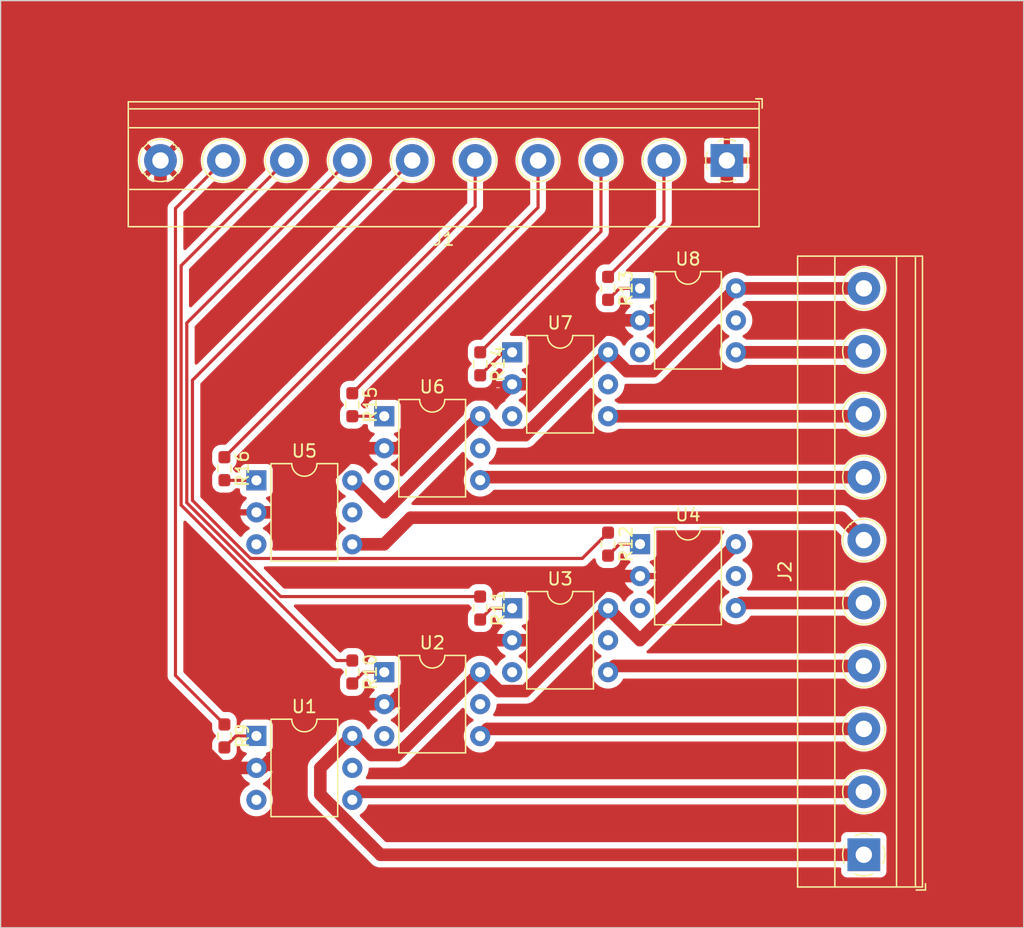
<source format=kicad_pcb>
(kicad_pcb (version 20221018) (generator pcbnew)
  (layers (0 "F.Cu" signal) (31 "B.Cu" signal) (34 "B.Paste" user) (35 "F.Paste" user) (36 "B.SilkS" user "B.Silkscreen") (37 "F.SilkS" user "F.Silkscreen") (38 "B.Mask" user) (39 "F.Mask" user) (44 "Edge.Cuts" user))
  (net 0 "")
  (net 1 "/enable_A")
  (net 2 "/enable_B")
  (net 3 "/enable_C")
  (net 4 "/enable_D")
  (net 5 "/enable_E")
  (net 6 "/enable_F")
  (net 7 "/enable_G")
  (net 8 "/enable_H")
  (net 9 "GND")
  (net 10 "/hs")
  (net 11 "/ls_A")
  (net 12 "/ls_B")
  (net 13 "/ls_C")
  (net 14 "/ls_D")
  (net 15 "/ls_E")
  (net 16 "/ls_F")
  (net 17 "/ls_G")
  (net 18 "/ls_H")
  (net 19 "Net-(R9-Pad2)")
  (net 20 "Net-(R10-Pad2)")
  (net 21 "Net-(R11-Pad2)")
  (net 22 "Net-(R12-Pad2)")
  (net 23 "Net-(R13-Pad2)")
  (net 24 "Net-(R14-Pad2)")
  (net 25 "Net-(R15-Pad2)")
  (net 26 "Net-(R16-Pad2)")
  (footprint "Package_DIP:DIP-6_W7.62mm" (layer "F.Cu") (at 53.34 40.64)
    (fp_text reference "U7" (at 3.81 -2.33) (layer "F.SilkS"))
    (fp_text value "4N25")
    (fp_line (start 1.16 -1.33) (end 1.16 6.41) (stroke (width 0.12)) (layer "F.SilkS"))
    (fp_line (start 1.16 6.41) (end 6.46 6.41) (stroke (width 0.12)) (layer "F.SilkS"))
    (fp_line (start 2.81 -1.33) (end 1.16 -1.33) (stroke (width 0.12)) (layer "F.SilkS"))
    (fp_line (start 6.46 -1.33) (end 4.81 -1.33) (stroke (width 0.12)) (layer "F.SilkS"))
    (fp_line (start 6.46 6.41) (end 6.46 -1.33) (stroke (width 0.12)) (layer "F.SilkS"))
    (fp_arc (start 4.81 -1.33) (mid 3.81 -0.33) (end 2.81 -1.33) (stroke (width 0.12)) (layer "F.SilkS"))
    (pad "1" thru_hole rect (at 0 0) (size 1.6 1.6) (drill 0.8) (layers "*.Cu" "*.Mask") (net 24 "Net-(R14-Pad2)"))
    (pad "2" thru_hole oval (at 0 2.54) (size 1.6 1.6) (drill 0.8) (layers "*.Cu" "*.Mask") (net 9 "GND"))
    (pad "3" thru_hole oval (at 0 5.08) (size 1.6 1.6) (drill 0.8) (layers "*.Cu" "*.Mask"))
    (pad "4" thru_hole oval (at 7.62 5.08) (size 1.6 1.6) (drill 0.8) (layers "*.Cu" "*.Mask") (net 17 "/ls_G"))
    (pad "5" thru_hole oval (at 7.62 2.54) (size 1.6 1.6) (drill 0.8) (layers "*.Cu" "*.Mask"))
    (pad "6" thru_hole oval (at 7.62 0) (size 1.6 1.6) (drill 0.8) (layers "*.Cu" "*.Mask") (net 10 "/hs"))
  )
  (footprint "Package_DIP:DIP-6_W7.62mm" (layer "F.Cu") (at 33.02 50.815)
    (fp_text reference "U5" (at 3.81 -2.33) (layer "F.SilkS"))
    (fp_text value "4N25")
    (fp_line (start 1.16 -1.33) (end 1.16 6.41) (stroke (width 0.12)) (layer "F.SilkS"))
    (fp_line (start 1.16 6.41) (end 6.46 6.41) (stroke (width 0.12)) (layer "F.SilkS"))
    (fp_line (start 2.81 -1.33) (end 1.16 -1.33) (stroke (width 0.12)) (layer "F.SilkS"))
    (fp_line (start 6.46 -1.33) (end 4.81 -1.33) (stroke (width 0.12)) (layer "F.SilkS"))
    (fp_line (start 6.46 6.41) (end 6.46 -1.33) (stroke (width 0.12)) (layer "F.SilkS"))
    (fp_arc (start 4.81 -1.33) (mid 3.81 -0.33) (end 2.81 -1.33) (stroke (width 0.12)) (layer "F.SilkS"))
    (pad "1" thru_hole rect (at 0 0) (size 1.6 1.6) (drill 0.8) (layers "*.Cu" "*.Mask") (net 26 "Net-(R16-Pad2)"))
    (pad "2" thru_hole oval (at 0 2.54) (size 1.6 1.6) (drill 0.8) (layers "*.Cu" "*.Mask") (net 9 "GND"))
    (pad "3" thru_hole oval (at 0 5.08) (size 1.6 1.6) (drill 0.8) (layers "*.Cu" "*.Mask"))
    (pad "4" thru_hole oval (at 7.62 5.08) (size 1.6 1.6) (drill 0.8) (layers "*.Cu" "*.Mask") (net 15 "/ls_E"))
    (pad "5" thru_hole oval (at 7.62 2.54) (size 1.6 1.6) (drill 0.8) (layers "*.Cu" "*.Mask"))
    (pad "6" thru_hole oval (at 7.62 0) (size 1.6 1.6) (drill 0.8) (layers "*.Cu" "*.Mask") (net 10 "/hs"))
  )
  (footprint "TerminalBlock_Phoenix:TerminalBlock_Phoenix_MKDS-1,5-10_1x10_P5.00mm_Horizontal" (layer "F.Cu") (at 81.28 80.56 90)
    (fp_text reference "J2" (at 22.5 -6.26 90) (layer "F.SilkS"))
    (fp_text value "Conn_01x10_Socket")
    (fp_line (start -2.8 4.16) (end -2.8 4.9) (stroke (width 0.12)) (layer "F.SilkS"))
    (fp_line (start -2.8 4.9) (end -2.3 4.9) (stroke (width 0.12)) (layer "F.SilkS"))
    (fp_line (start -2.56 -5.261) (end -2.56 4.66) (stroke (width 0.12)) (layer "F.SilkS"))
    (fp_line (start -2.56 -5.261) (end 47.56 -5.261) (stroke (width 0.12)) (layer "F.SilkS"))
    (fp_line (start -2.56 -2.301) (end 47.56 -2.301) (stroke (width 0.12)) (layer "F.SilkS"))
    (fp_line (start -2.56 2.6) (end 47.56 2.6) (stroke (width 0.12)) (layer "F.SilkS"))
    (fp_line (start -2.56 4.1) (end 47.56 4.1) (stroke (width 0.12)) (layer "F.SilkS"))
    (fp_line (start -2.56 4.66) (end 47.56 4.66) (stroke (width 0.12)) (layer "F.SilkS"))
    (fp_line (start 3.773 1.023) (end 3.726 1.069) (stroke (width 0.12)) (layer "F.SilkS"))
    (fp_line (start 3.966 1.239) (end 3.931 1.274) (stroke (width 0.12)) (layer "F.SilkS"))
    (fp_line (start 6.07 -1.275) (end 6.035 -1.239) (stroke (width 0.12)) (layer "F.SilkS"))
    (fp_line (start 6.275 -1.069) (end 6.228 -1.023) (stroke (width 0.12)) (layer "F.SilkS"))
    (fp_line (start 8.773 1.023) (end 8.726 1.069) (stroke (width 0.12)) (layer "F.SilkS"))
    (fp_line (start 8.966 1.239) (end 8.931 1.274) (stroke (width 0.12)) (layer "F.SilkS"))
    (fp_line (start 11.07 -1.275) (end 11.035 -1.239) (stroke (width 0.12)) (layer "F.SilkS"))
    (fp_line (start 11.275 -1.069) (end 11.228 -1.023) (stroke (width 0.12)) (layer "F.SilkS"))
    (fp_line (start 13.773 1.023) (end 13.726 1.069) (stroke (width 0.12)) (layer "F.SilkS"))
    (fp_line (start 13.966 1.239) (end 13.931 1.274) (stroke (width 0.12)) (layer "F.SilkS"))
    (fp_line (start 16.07 -1.275) (end 16.035 -1.239) (stroke (width 0.12)) (layer "F.SilkS"))
    (fp_line (start 16.275 -1.069) (end 16.228 -1.023) (stroke (width 0.12)) (layer "F.SilkS"))
    (fp_line (start 18.773 1.023) (end 18.726 1.069) (stroke (width 0.12)) (layer "F.SilkS"))
    (fp_line (start 18.966 1.239) (end 18.931 1.274) (stroke (width 0.12)) (layer "F.SilkS"))
    (fp_line (start 21.07 -1.275) (end 21.035 -1.239) (stroke (width 0.12)) (layer "F.SilkS"))
    (fp_line (start 21.275 -1.069) (end 21.228 -1.023) (stroke (width 0.12)) (layer "F.SilkS"))
    (fp_line (start 23.773 1.023) (end 23.726 1.069) (stroke (width 0.12)) (layer "F.SilkS"))
    (fp_line (start 23.966 1.239) (end 23.931 1.274) (stroke (width 0.12)) (layer "F.SilkS"))
    (fp_line (start 26.07 -1.275) (end 26.035 -1.239) (stroke (width 0.12)) (layer "F.SilkS"))
    (fp_line (start 26.275 -1.069) (end 26.228 -1.023) (stroke (width 0.12)) (layer "F.SilkS"))
    (fp_line (start 28.773 1.023) (end 28.726 1.069) (stroke (width 0.12)) (layer "F.SilkS"))
    (fp_line (start 28.966 1.239) (end 28.931 1.274) (stroke (width 0.12)) (layer "F.SilkS"))
    (fp_line (start 31.07 -1.275) (end 31.035 -1.239) (stroke (width 0.12)) (layer "F.SilkS"))
    (fp_line (start 31.275 -1.069) (end 31.228 -1.023) (stroke (width 0.12)) (layer "F.SilkS"))
    (fp_line (start 33.773 1.023) (end 33.726 1.069) (stroke (width 0.12)) (layer "F.SilkS"))
    (fp_line (start 33.966 1.239) (end 33.931 1.274) (stroke (width 0.12)) (layer "F.SilkS"))
    (fp_line (start 36.07 -1.275) (end 36.035 -1.239) (stroke (width 0.12)) (layer "F.SilkS"))
    (fp_line (start 36.275 -1.069) (end 36.228 -1.023) (stroke (width 0.12)) (layer "F.SilkS"))
    (fp_line (start 38.773 1.023) (end 38.726 1.069) (stroke (width 0.12)) (layer "F.SilkS"))
    (fp_line (start 38.966 1.239) (end 38.931 1.274) (stroke (width 0.12)) (layer "F.SilkS"))
    (fp_line (start 41.07 -1.275) (end 41.035 -1.239) (stroke (width 0.12)) (layer "F.SilkS"))
    (fp_line (start 41.275 -1.069) (end 41.228 -1.023) (stroke (width 0.12)) (layer "F.SilkS"))
    (fp_line (start 43.773 1.023) (end 43.726 1.069) (stroke (width 0.12)) (layer "F.SilkS"))
    (fp_line (start 43.966 1.239) (end 43.931 1.274) (stroke (width 0.12)) (layer "F.SilkS"))
    (fp_line (start 46.07 -1.275) (end 46.035 -1.239) (stroke (width 0.12)) (layer "F.SilkS"))
    (fp_line (start 46.275 -1.069) (end 46.228 -1.023) (stroke (width 0.12)) (layer "F.SilkS"))
    (fp_line (start 47.56 -5.261) (end 47.56 4.66) (stroke (width 0.12)) (layer "F.SilkS"))
    (fp_arc (start -1.535427 0.683042) (mid -1.680501 -0.000524) (end -1.535 -0.684) (stroke (width 0.12)) (layer "F.SilkS"))
    (fp_arc (start -0.683042 -1.535427) (mid 0.000524 -1.680501) (end 0.684 -1.535) (stroke (width 0.12)) (layer "F.SilkS"))
    (fp_arc (start 0.028805 1.680253) (mid -0.335551 1.646659) (end -0.684 1.535) (stroke (width 0.12)) (layer "F.SilkS"))
    (fp_arc (start 0.683318 1.534756) (mid 0.349292 1.643288) (end 0 1.68) (stroke (width 0.12)) (layer "F.SilkS"))
    (fp_arc (start 1.535427 -0.683042) (mid 1.680501 0.000524) (end 1.535 0.684) (stroke (width 0.12)) (layer "F.SilkS"))
    (fp_circle (center 5 0) (end 6.68 0) (stroke (width 0.12)) (fill none) (layer "F.SilkS"))
    (fp_circle (center 10 0) (end 11.68 0) (stroke (width 0.12)) (fill none) (layer "F.SilkS"))
    (fp_circle (center 15 0) (end 16.68 0) (stroke (width 0.12)) (fill none) (layer "F.SilkS"))
    (fp_circle (center 20 0) (end 21.68 0) (stroke (width 0.12)) (fill none) (layer "F.SilkS"))
    (fp_circle (center 25 0) (end 26.68 0) (stroke (width 0.12)) (fill none) (layer "F.SilkS"))
    (fp_circle (center 30 0) (end 31.68 0) (stroke (width 0.12)) (fill none) (layer "F.SilkS"))
    (fp_circle (center 35 0) (end 36.68 0) (stroke (width 0.12)) (fill none) (layer "F.SilkS"))
    (fp_circle (center 40 0) (end 41.68 0) (stroke (width 0.12)) (fill none) (layer "F.SilkS"))
    (fp_circle (center 45 0) (end 46.68 0) (stroke (width 0.12)) (fill none) (layer "F.SilkS"))
    (pad "1" thru_hole rect (at 0 0 90) (size 2.6 2.6) (drill 1.3) (layers "*.Cu" "*.Mask") (net 10 "/hs"))
    (pad "2" thru_hole circle (at 5 0 90) (size 2.6 2.6) (drill 1.3) (layers "*.Cu" "*.Mask") (net 11 "/ls_A"))
    (pad "3" thru_hole circle (at 10 0 90) (size 2.6 2.6) (drill 1.3) (layers "*.Cu" "*.Mask") (net 12 "/ls_B"))
    (pad "4" thru_hole circle (at 15 0 90) (size 2.6 2.6) (drill 1.3) (layers "*.Cu" "*.Mask") (net 13 "/ls_C"))
    (pad "5" thru_hole circle (at 20 0 90) (size 2.6 2.6) (drill 1.3) (layers "*.Cu" "*.Mask") (net 14 "/ls_D"))
    (pad "6" thru_hole circle (at 25 0 90) (size 2.6 2.6) (drill 1.3) (layers "*.Cu" "*.Mask") (net 15 "/ls_E"))
    (pad "7" thru_hole circle (at 30 0 90) (size 2.6 2.6) (drill 1.3) (layers "*.Cu" "*.Mask") (net 16 "/ls_F"))
    (pad "8" thru_hole circle (at 35 0 90) (size 2.6 2.6) (drill 1.3) (layers "*.Cu" "*.Mask") (net 17 "/ls_G"))
    (pad "9" thru_hole circle (at 40 0 90) (size 2.6 2.6) (drill 1.3) (layers "*.Cu" "*.Mask") (net 18 "/ls_H"))
    (pad "10" thru_hole circle (at 45 0 90) (size 2.6 2.6) (drill 1.3) (layers "*.Cu" "*.Mask") (net 10 "/hs"))
  )
  (footprint "Package_DIP:DIP-6_W7.62mm" (layer "F.Cu") (at 63.5 35.56)
    (fp_text reference "U8" (at 3.81 -2.33) (layer "F.SilkS"))
    (fp_text value "4N25")
    (fp_line (start 1.16 -1.33) (end 1.16 6.41) (stroke (width 0.12)) (layer "F.SilkS"))
    (fp_line (start 1.16 6.41) (end 6.46 6.41) (stroke (width 0.12)) (layer "F.SilkS"))
    (fp_line (start 2.81 -1.33) (end 1.16 -1.33) (stroke (width 0.12)) (layer "F.SilkS"))
    (fp_line (start 6.46 -1.33) (end 4.81 -1.33) (stroke (width 0.12)) (layer "F.SilkS"))
    (fp_line (start 6.46 6.41) (end 6.46 -1.33) (stroke (width 0.12)) (layer "F.SilkS"))
    (fp_arc (start 4.81 -1.33) (mid 3.81 -0.33) (end 2.81 -1.33) (stroke (width 0.12)) (layer "F.SilkS"))
    (pad "1" thru_hole rect (at 0 0) (size 1.6 1.6) (drill 0.8) (layers "*.Cu" "*.Mask") (net 23 "Net-(R13-Pad2)"))
    (pad "2" thru_hole oval (at 0 2.54) (size 1.6 1.6) (drill 0.8) (layers "*.Cu" "*.Mask") (net 9 "GND"))
    (pad "3" thru_hole oval (at 0 5.08) (size 1.6 1.6) (drill 0.8) (layers "*.Cu" "*.Mask"))
    (pad "4" thru_hole oval (at 7.62 5.08) (size 1.6 1.6) (drill 0.8) (layers "*.Cu" "*.Mask") (net 18 "/ls_H"))
    (pad "5" thru_hole oval (at 7.62 2.54) (size 1.6 1.6) (drill 0.8) (layers "*.Cu" "*.Mask"))
    (pad "6" thru_hole oval (at 7.62 0) (size 1.6 1.6) (drill 0.8) (layers "*.Cu" "*.Mask") (net 10 "/hs"))
  )
  (footprint "Resistor_SMD:R_0603_1608Metric_Pad0.98x0.95mm_HandSolder" (layer "F.Cu") (at 30.48 71.12 -90)
    (fp_text reference "R9" (at 0 -1.43 90) (layer "F.SilkS"))
    (fp_text value "R")
    (fp_line (start -0.254724 -0.5225) (end 0.254724 -0.5225) (stroke (width 0.12)) (layer "F.SilkS"))
    (fp_line (start -0.254724 0.5225) (end 0.254724 0.5225) (stroke (width 0.12)) (layer "F.SilkS"))
    (pad "1" smd roundrect (at -0.9125 0 270) (size 0.975 0.95) (layers "F.Cu" "F.Paste" "F.Mask") (net 1 "/enable_A"))
    (pad "2" smd roundrect (at 0.9125 0 270) (size 0.975 0.95) (layers "F.Cu" "F.Paste" "F.Mask") (net 19 "Net-(R9-Pad2)"))
  )
  (footprint "Resistor_SMD:R_0603_1608Metric_Pad0.98x0.95mm_HandSolder" (layer "F.Cu") (at 60.96 55.88 -90)
    (fp_text reference "R12" (at 0 -1.43 90) (layer "F.SilkS"))
    (fp_text value "R")
    (fp_line (start -0.254724 -0.5225) (end 0.254724 -0.5225) (stroke (width 0.12)) (layer "F.SilkS"))
    (fp_line (start -0.254724 0.5225) (end 0.254724 0.5225) (stroke (width 0.12)) (layer "F.SilkS"))
    (pad "1" smd roundrect (at -0.9125 0 270) (size 0.975 0.95) (layers "F.Cu" "F.Paste" "F.Mask") (net 4 "/enable_D"))
    (pad "2" smd roundrect (at 0.9125 0 270) (size 0.975 0.95) (layers "F.Cu" "F.Paste" "F.Mask") (net 22 "Net-(R12-Pad2)"))
  )
  (footprint "Resistor_SMD:R_0603_1608Metric_Pad0.98x0.95mm_HandSolder" (layer "F.Cu") (at 40.64 44.8075 -90)
    (fp_text reference "R15" (at 0 -1.43 90) (layer "F.SilkS"))
    (fp_text value "R")
    (fp_line (start -0.254724 -0.5225) (end 0.254724 -0.5225) (stroke (width 0.12)) (layer "F.SilkS"))
    (fp_line (start -0.254724 0.5225) (end 0.254724 0.5225) (stroke (width 0.12)) (layer "F.SilkS"))
    (pad "1" smd roundrect (at -0.9125 0 270) (size 0.975 0.95) (layers "F.Cu" "F.Paste" "F.Mask") (net 6 "/enable_F"))
    (pad "2" smd roundrect (at 0.9125 0 270) (size 0.975 0.95) (layers "F.Cu" "F.Paste" "F.Mask") (net 25 "Net-(R15-Pad2)"))
  )
  (footprint "Package_DIP:DIP-6_W7.62mm" (layer "F.Cu") (at 43.18 66.055)
    (fp_text reference "U2" (at 3.81 -2.33) (layer "F.SilkS"))
    (fp_text value "4N25")
    (fp_line (start 1.16 -1.33) (end 1.16 6.41) (stroke (width 0.12)) (layer "F.SilkS"))
    (fp_line (start 1.16 6.41) (end 6.46 6.41) (stroke (width 0.12)) (layer "F.SilkS"))
    (fp_line (start 2.81 -1.33) (end 1.16 -1.33) (stroke (width 0.12)) (layer "F.SilkS"))
    (fp_line (start 6.46 -1.33) (end 4.81 -1.33) (stroke (width 0.12)) (layer "F.SilkS"))
    (fp_line (start 6.46 6.41) (end 6.46 -1.33) (stroke (width 0.12)) (layer "F.SilkS"))
    (fp_arc (start 4.81 -1.33) (mid 3.81 -0.33) (end 2.81 -1.33) (stroke (width 0.12)) (layer "F.SilkS"))
    (pad "1" thru_hole rect (at 0 0) (size 1.6 1.6) (drill 0.8) (layers "*.Cu" "*.Mask") (net 20 "Net-(R10-Pad2)"))
    (pad "2" thru_hole oval (at 0 2.54) (size 1.6 1.6) (drill 0.8) (layers "*.Cu" "*.Mask") (net 9 "GND"))
    (pad "3" thru_hole oval (at 0 5.08) (size 1.6 1.6) (drill 0.8) (layers "*.Cu" "*.Mask"))
    (pad "4" thru_hole oval (at 7.62 5.08) (size 1.6 1.6) (drill 0.8) (layers "*.Cu" "*.Mask") (net 12 "/ls_B"))
    (pad "5" thru_hole oval (at 7.62 2.54) (size 1.6 1.6) (drill 0.8) (layers "*.Cu" "*.Mask"))
    (pad "6" thru_hole oval (at 7.62 0) (size 1.6 1.6) (drill 0.8) (layers "*.Cu" "*.Mask") (net 10 "/hs"))
  )
  (footprint "TerminalBlock_Phoenix:TerminalBlock_Phoenix_MKDS-1,5-10_1x10_P5.00mm_Horizontal" (layer "F.Cu") (at 70.4 25.4 180)
    (fp_text reference "J1" (at 22.5 -6.26) (layer "F.SilkS"))
    (fp_text value "Conn_01x10_Socket")
    (fp_line (start -2.8 4.16) (end -2.8 4.9) (stroke (width 0.12)) (layer "F.SilkS"))
    (fp_line (start -2.8 4.9) (end -2.3 4.9) (stroke (width 0.12)) (layer "F.SilkS"))
    (fp_line (start -2.56 -5.261) (end -2.56 4.66) (stroke (width 0.12)) (layer "F.SilkS"))
    (fp_line (start -2.56 -5.261) (end 47.56 -5.261) (stroke (width 0.12)) (layer "F.SilkS"))
    (fp_line (start -2.56 -2.301) (end 47.56 -2.301) (stroke (width 0.12)) (layer "F.SilkS"))
    (fp_line (start -2.56 2.6) (end 47.56 2.6) (stroke (width 0.12)) (layer "F.SilkS"))
    (fp_line (start -2.56 4.1) (end 47.56 4.1) (stroke (width 0.12)) (layer "F.SilkS"))
    (fp_line (start -2.56 4.66) (end 47.56 4.66) (stroke (width 0.12)) (layer "F.SilkS"))
    (fp_line (start 3.773 1.023) (end 3.726 1.069) (stroke (width 0.12)) (layer "F.SilkS"))
    (fp_line (start 3.966 1.239) (end 3.931 1.274) (stroke (width 0.12)) (layer "F.SilkS"))
    (fp_line (start 6.07 -1.275) (end 6.035 -1.239) (stroke (width 0.12)) (layer "F.SilkS"))
    (fp_line (start 6.275 -1.069) (end 6.228 -1.023) (stroke (width 0.12)) (layer "F.SilkS"))
    (fp_line (start 8.773 1.023) (end 8.726 1.069) (stroke (width 0.12)) (layer "F.SilkS"))
    (fp_line (start 8.966 1.239) (end 8.931 1.274) (stroke (width 0.12)) (layer "F.SilkS"))
    (fp_line (start 11.07 -1.275) (end 11.035 -1.239) (stroke (width 0.12)) (layer "F.SilkS"))
    (fp_line (start 11.275 -1.069) (end 11.228 -1.023) (stroke (width 0.12)) (layer "F.SilkS"))
    (fp_line (start 13.773 1.023) (end 13.726 1.069) (stroke (width 0.12)) (layer "F.SilkS"))
    (fp_line (start 13.966 1.239) (end 13.931 1.274) (stroke (width 0.12)) (layer "F.SilkS"))
    (fp_line (start 16.07 -1.275) (end 16.035 -1.239) (stroke (width 0.12)) (layer "F.SilkS"))
    (fp_line (start 16.275 -1.069) (end 16.228 -1.023) (stroke (width 0.12)) (layer "F.SilkS"))
    (fp_line (start 18.773 1.023) (end 18.726 1.069) (stroke (width 0.12)) (layer "F.SilkS"))
    (fp_line (start 18.966 1.239) (end 18.931 1.274) (stroke (width 0.12)) (layer "F.SilkS"))
    (fp_line (start 21.07 -1.275) (end 21.035 -1.239) (stroke (width 0.12)) (layer "F.SilkS"))
    (fp_line (start 21.275 -1.069) (end 21.228 -1.023) (stroke (width 0.12)) (layer "F.SilkS"))
    (fp_line (start 23.773 1.023) (end 23.726 1.069) (stroke (width 0.12)) (layer "F.SilkS"))
    (fp_line (start 23.966 1.239) (end 23.931 1.274) (stroke (width 0.12)) (layer "F.SilkS"))
    (fp_line (start 26.07 -1.275) (end 26.035 -1.239) (stroke (width 0.12)) (layer "F.SilkS"))
    (fp_line (start 26.275 -1.069) (end 26.228 -1.023) (stroke (width 0.12)) (layer "F.SilkS"))
    (fp_line (start 28.773 1.023) (end 28.726 1.069) (stroke (width 0.12)) (layer "F.SilkS"))
    (fp_line (start 28.966 1.239) (end 28.931 1.274) (stroke (width 0.12)) (layer "F.SilkS"))
    (fp_line (start 31.07 -1.275) (end 31.035 -1.239) (stroke (width 0.12)) (layer "F.SilkS"))
    (fp_line (start 31.275 -1.069) (end 31.228 -1.023) (stroke (width 0.12)) (layer "F.SilkS"))
    (fp_line (start 33.773 1.023) (end 33.726 1.069) (stroke (width 0.12)) (layer "F.SilkS"))
    (fp_line (start 33.966 1.239) (end 33.931 1.274) (stroke (width 0.12)) (layer "F.SilkS"))
    (fp_line (start 36.07 -1.275) (end 36.035 -1.239) (stroke (width 0.12)) (layer "F.SilkS"))
    (fp_line (start 36.275 -1.069) (end 36.228 -1.023) (stroke (width 0.12)) (layer "F.SilkS"))
    (fp_line (start 38.773 1.023) (end 38.726 1.069) (stroke (width 0.12)) (layer "F.SilkS"))
    (fp_line (start 38.966 1.239) (end 38.931 1.274) (stroke (width 0.12)) (layer "F.SilkS"))
    (fp_line (start 41.07 -1.275) (end 41.035 -1.239) (stroke (width 0.12)) (layer "F.SilkS"))
    (fp_line (start 41.275 -1.069) (end 41.228 -1.023) (stroke (width 0.12)) (layer "F.SilkS"))
    (fp_line (start 43.773 1.023) (end 43.726 1.069) (stroke (width 0.12)) (layer "F.SilkS"))
    (fp_line (start 43.966 1.239) (end 43.931 1.274) (stroke (width 0.12)) (layer "F.SilkS"))
    (fp_line (start 46.07 -1.275) (end 46.035 -1.239) (stroke (width 0.12)) (layer "F.SilkS"))
    (fp_line (start 46.275 -1.069) (end 46.228 -1.023) (stroke (width 0.12)) (layer "F.SilkS"))
    (fp_line (start 47.56 -5.261) (end 47.56 4.66) (stroke (width 0.12)) (layer "F.SilkS"))
    (fp_arc (start -1.535427 0.683042) (mid -1.680501 -0.000524) (end -1.535 -0.684) (stroke (width 0.12)) (layer "F.SilkS"))
    (fp_arc (start -0.683042 -1.535427) (mid 0.000524 -1.680501) (end 0.684 -1.535) (stroke (width 0.12)) (layer "F.SilkS"))
    (fp_arc (start 0.028805 1.680253) (mid -0.335551 1.646659) (end -0.684 1.535) (stroke (width 0.12)) (layer "F.SilkS"))
    (fp_arc (start 0.683318 1.534756) (mid 0.349292 1.643288) (end 0 1.68) (stroke (width 0.12)) (layer "F.SilkS"))
    (fp_arc (start 1.535427 -0.683042) (mid 1.680501 0.000524) (end 1.535 0.684) (stroke (width 0.12)) (layer "F.SilkS"))
    (fp_circle (center 5 0) (end 6.68 0) (stroke (width 0.12)) (fill none) (layer "F.SilkS"))
    (fp_circle (center 10 0) (end 11.68 0) (stroke (width 0.12)) (fill none) (layer "F.SilkS"))
    (fp_circle (center 15 0) (end 16.68 0) (stroke (width 0.12)) (fill none) (layer "F.SilkS"))
    (fp_circle (center 20 0) (end 21.68 0) (stroke (width 0.12)) (fill none) (layer "F.SilkS"))
    (fp_circle (center 25 0) (end 26.68 0) (stroke (width 0.12)) (fill none) (layer "F.SilkS"))
    (fp_circle (center 30 0) (end 31.68 0) (stroke (width 0.12)) (fill none) (layer "F.SilkS"))
    (fp_circle (center 35 0) (end 36.68 0) (stroke (width 0.12)) (fill none) (layer "F.SilkS"))
    (fp_circle (center 40 0) (end 41.68 0) (stroke (width 0.12)) (fill none) (layer "F.SilkS"))
    (fp_circle (center 45 0) (end 46.68 0) (stroke (width 0.12)) (fill none) (layer "F.SilkS"))
    (pad "1" thru_hole rect (at 0 0 180) (size 2.6 2.6) (drill 1.3) (layers "*.Cu" "*.Mask") (net 9 "GND"))
    (pad "2" thru_hole circle (at 5 0 180) (size 2.6 2.6) (drill 1.3) (layers "*.Cu" "*.Mask") (net 8 "/enable_H"))
    (pad "3" thru_hole circle (at 10 0 180) (size 2.6 2.6) (drill 1.3) (layers "*.Cu" "*.Mask") (net 7 "/enable_G"))
    (pad "4" thru_hole circle (at 15 0 180) (size 2.6 2.6) (drill 1.3) (layers "*.Cu" "*.Mask") (net 6 "/enable_F"))
    (pad "5" thru_hole circle (at 20 0 180) (size 2.6 2.6) (drill 1.3) (layers "*.Cu" "*.Mask") (net 5 "/enable_E"))
    (pad "6" thru_hole circle (at 25 0 180) (size 2.6 2.6) (drill 1.3) (layers "*.Cu" "*.Mask") (net 4 "/enable_D"))
    (pad "7" thru_hole circle (at 30 0 180) (size 2.6 2.6) (drill 1.3) (layers "*.Cu" "*.Mask") (net 3 "/enable_C"))
    (pad "8" thru_hole circle (at 35 0 180) (size 2.6 2.6) (drill 1.3) (layers "*.Cu" "*.Mask") (net 2 "/enable_B"))
    (pad "9" thru_hole circle (at 40 0 180) (size 2.6 2.6) (drill 1.3) (layers "*.Cu" "*.Mask") (net 1 "/enable_A"))
    (pad "10" thru_hole circle (at 45 0 180) (size 2.6 2.6) (drill 1.3) (layers "*.Cu" "*.Mask") (net 9 "GND"))
  )
  (footprint "Resistor_SMD:R_0603_1608Metric_Pad0.98x0.95mm_HandSolder" (layer "F.Cu") (at 50.8 41.5525 -90)
    (fp_text reference "R14" (at 0 -1.43 90) (layer "F.SilkS"))
    (fp_text value "R")
    (fp_line (start -0.254724 -0.5225) (end 0.254724 -0.5225) (stroke (width 0.12)) (layer "F.SilkS"))
    (fp_line (start -0.254724 0.5225) (end 0.254724 0.5225) (stroke (width 0.12)) (layer "F.SilkS"))
    (pad "1" smd roundrect (at -0.9125 0 270) (size 0.975 0.95) (layers "F.Cu" "F.Paste" "F.Mask") (net 7 "/enable_G"))
    (pad "2" smd roundrect (at 0.9125 0 270) (size 0.975 0.95) (layers "F.Cu" "F.Paste" "F.Mask") (net 24 "Net-(R14-Pad2)"))
  )
  (footprint "Package_DIP:DIP-6_W7.62mm" (layer "F.Cu") (at 63.5 55.88)
    (fp_text reference "U4" (at 3.81 -2.33) (layer "F.SilkS"))
    (fp_text value "4N25")
    (fp_line (start 1.16 -1.33) (end 1.16 6.41) (stroke (width 0.12)) (layer "F.SilkS"))
    (fp_line (start 1.16 6.41) (end 6.46 6.41) (stroke (width 0.12)) (layer "F.SilkS"))
    (fp_line (start 2.81 -1.33) (end 1.16 -1.33) (stroke (width 0.12)) (layer "F.SilkS"))
    (fp_line (start 6.46 -1.33) (end 4.81 -1.33) (stroke (width 0.12)) (layer "F.SilkS"))
    (fp_line (start 6.46 6.41) (end 6.46 -1.33) (stroke (width 0.12)) (layer "F.SilkS"))
    (fp_arc (start 4.81 -1.33) (mid 3.81 -0.33) (end 2.81 -1.33) (stroke (width 0.12)) (layer "F.SilkS"))
    (pad "1" thru_hole rect (at 0 0) (size 1.6 1.6) (drill 0.8) (layers "*.Cu" "*.Mask") (net 22 "Net-(R12-Pad2)"))
    (pad "2" thru_hole oval (at 0 2.54) (size 1.6 1.6) (drill 0.8) (layers "*.Cu" "*.Mask") (net 9 "GND"))
    (pad "3" thru_hole oval (at 0 5.08) (size 1.6 1.6) (drill 0.8) (layers "*.Cu" "*.Mask"))
    (pad "4" thru_hole oval (at 7.62 5.08) (size 1.6 1.6) (drill 0.8) (layers "*.Cu" "*.Mask") (net 14 "/ls_D"))
    (pad "5" thru_hole oval (at 7.62 2.54) (size 1.6 1.6) (drill 0.8) (layers "*.Cu" "*.Mask"))
    (pad "6" thru_hole oval (at 7.62 0) (size 1.6 1.6) (drill 0.8) (layers "*.Cu" "*.Mask") (net 10 "/hs"))
  )
  (footprint "Resistor_SMD:R_0603_1608Metric_Pad0.98x0.95mm_HandSolder" (layer "F.Cu") (at 40.64 66.04 -90)
    (fp_text reference "R10" (at 0 -1.43 90) (layer "F.SilkS"))
    (fp_text value "R")
    (fp_line (start -0.254724 -0.5225) (end 0.254724 -0.5225) (stroke (width 0.12)) (layer "F.SilkS"))
    (fp_line (start -0.254724 0.5225) (end 0.254724 0.5225) (stroke (width 0.12)) (layer "F.SilkS"))
    (pad "1" smd roundrect (at -0.9125 0 270) (size 0.975 0.95) (layers "F.Cu" "F.Paste" "F.Mask") (net 2 "/enable_B"))
    (pad "2" smd roundrect (at 0.9125 0 270) (size 0.975 0.95) (layers "F.Cu" "F.Paste" "F.Mask") (net 20 "Net-(R10-Pad2)"))
  )
  (footprint "Package_DIP:DIP-6_W7.62mm" (layer "F.Cu") (at 33.02 71.12)
    (fp_text reference "U1" (at 3.81 -2.33) (layer "F.SilkS"))
    (fp_text value "4N25")
    (fp_line (start 1.16 -1.33) (end 1.16 6.41) (stroke (width 0.12)) (layer "F.SilkS"))
    (fp_line (start 1.16 6.41) (end 6.46 6.41) (stroke (width 0.12)) (layer "F.SilkS"))
    (fp_line (start 2.81 -1.33) (end 1.16 -1.33) (stroke (width 0.12)) (layer "F.SilkS"))
    (fp_line (start 6.46 -1.33) (end 4.81 -1.33) (stroke (width 0.12)) (layer "F.SilkS"))
    (fp_line (start 6.46 6.41) (end 6.46 -1.33) (stroke (width 0.12)) (layer "F.SilkS"))
    (fp_arc (start 4.81 -1.33) (mid 3.81 -0.33) (end 2.81 -1.33) (stroke (width 0.12)) (layer "F.SilkS"))
    (pad "1" thru_hole rect (at 0 0) (size 1.6 1.6) (drill 0.8) (layers "*.Cu" "*.Mask") (net 19 "Net-(R9-Pad2)"))
    (pad "2" thru_hole oval (at 0 2.54) (size 1.6 1.6) (drill 0.8) (layers "*.Cu" "*.Mask") (net 9 "GND"))
    (pad "3" thru_hole oval (at 0 5.08) (size 1.6 1.6) (drill 0.8) (layers "*.Cu" "*.Mask"))
    (pad "4" thru_hole oval (at 7.62 5.08) (size 1.6 1.6) (drill 0.8) (layers "*.Cu" "*.Mask") (net 11 "/ls_A"))
    (pad "5" thru_hole oval (at 7.62 2.54) (size 1.6 1.6) (drill 0.8) (layers "*.Cu" "*.Mask"))
    (pad "6" thru_hole oval (at 7.62 0) (size 1.6 1.6) (drill 0.8) (layers "*.Cu" "*.Mask") (net 10 "/hs"))
  )
  (footprint "Package_DIP:DIP-6_W7.62mm" (layer "F.Cu") (at 53.34 60.975)
    (fp_text reference "U3" (at 3.81 -2.33) (layer "F.SilkS"))
    (fp_text value "4N25")
    (fp_line (start 1.16 -1.33) (end 1.16 6.41) (stroke (width 0.12)) (layer "F.SilkS"))
    (fp_line (start 1.16 6.41) (end 6.46 6.41) (stroke (width 0.12)) (layer "F.SilkS"))
    (fp_line (start 2.81 -1.33) (end 1.16 -1.33) (stroke (width 0.12)) (layer "F.SilkS"))
    (fp_line (start 6.46 -1.33) (end 4.81 -1.33) (stroke (width 0.12)) (layer "F.SilkS"))
    (fp_line (start 6.46 6.41) (end 6.46 -1.33) (stroke (width 0.12)) (layer "F.SilkS"))
    (fp_arc (start 4.81 -1.33) (mid 3.81 -0.33) (end 2.81 -1.33) (stroke (width 0.12)) (layer "F.SilkS"))
    (pad "1" thru_hole rect (at 0 0) (size 1.6 1.6) (drill 0.8) (layers "*.Cu" "*.Mask") (net 21 "Net-(R11-Pad2)"))
    (pad "2" thru_hole oval (at 0 2.54) (size 1.6 1.6) (drill 0.8) (layers "*.Cu" "*.Mask") (net 9 "GND"))
    (pad "3" thru_hole oval (at 0 5.08) (size 1.6 1.6) (drill 0.8) (layers "*.Cu" "*.Mask"))
    (pad "4" thru_hole oval (at 7.62 5.08) (size 1.6 1.6) (drill 0.8) (layers "*.Cu" "*.Mask") (net 13 "/ls_C"))
    (pad "5" thru_hole oval (at 7.62 2.54) (size 1.6 1.6) (drill 0.8) (layers "*.Cu" "*.Mask"))
    (pad "6" thru_hole oval (at 7.62 0) (size 1.6 1.6) (drill 0.8) (layers "*.Cu" "*.Mask") (net 10 "/hs"))
  )
  (footprint "Resistor_SMD:R_0603_1608Metric_Pad0.98x0.95mm_HandSolder" (layer "F.Cu") (at 30.48 49.8875 -90)
    (fp_text reference "R16" (at 0 -1.43 90) (layer "F.SilkS"))
    (fp_text value "R")
    (fp_line (start -0.254724 -0.5225) (end 0.254724 -0.5225) (stroke (width 0.12)) (layer "F.SilkS"))
    (fp_line (start -0.254724 0.5225) (end 0.254724 0.5225) (stroke (width 0.12)) (layer "F.SilkS"))
    (pad "1" smd roundrect (at -0.9125 0 270) (size 0.975 0.95) (layers "F.Cu" "F.Paste" "F.Mask") (net 5 "/enable_E"))
    (pad "2" smd roundrect (at 0.9125 0 270) (size 0.975 0.95) (layers "F.Cu" "F.Paste" "F.Mask") (net 26 "Net-(R16-Pad2)"))
  )
  (footprint "Resistor_SMD:R_0603_1608Metric_Pad0.98x0.95mm_HandSolder" (layer "F.Cu") (at 50.8 60.96 -90)
    (fp_text reference "R11" (at 0 -1.43 90) (layer "F.SilkS"))
    (fp_text value "R")
    (fp_line (start -0.254724 -0.5225) (end 0.254724 -0.5225) (stroke (width 0.12)) (layer "F.SilkS"))
    (fp_line (start -0.254724 0.5225) (end 0.254724 0.5225) (stroke (width 0.12)) (layer "F.SilkS"))
    (pad "1" smd roundrect (at -0.9125 0 270) (size 0.975 0.95) (layers "F.Cu" "F.Paste" "F.Mask") (net 3 "/enable_C"))
    (pad "2" smd roundrect (at 0.9125 0 270) (size 0.975 0.95) (layers "F.Cu" "F.Paste" "F.Mask") (net 21 "Net-(R11-Pad2)"))
  )
  (footprint "Resistor_SMD:R_0603_1608Metric_Pad0.98x0.95mm_HandSolder" (layer "F.Cu") (at 60.96 35.56 -90)
    (fp_text reference "R13" (at 0 -1.43 90) (layer "F.SilkS"))
    (fp_text value "R")
    (fp_line (start -0.254724 -0.5225) (end 0.254724 -0.5225) (stroke (width 0.12)) (layer "F.SilkS"))
    (fp_line (start -0.254724 0.5225) (end 0.254724 0.5225) (stroke (width 0.12)) (layer "F.SilkS"))
    (pad "1" smd roundrect (at -0.9125 0 270) (size 0.975 0.95) (layers "F.Cu" "F.Paste" "F.Mask") (net 8 "/enable_H"))
    (pad "2" smd roundrect (at 0.9125 0 270) (size 0.975 0.95) (layers "F.Cu" "F.Paste" "F.Mask") (net 23 "Net-(R13-Pad2)"))
  )
  (footprint "Package_DIP:DIP-6_W7.62mm" (layer "F.Cu") (at 43.18 45.72)
    (fp_text reference "U6" (at 3.81 -2.33) (layer "F.SilkS"))
    (fp_text value "4N25")
    (fp_line (start 1.16 -1.33) (end 1.16 6.41) (stroke (width 0.12)) (layer "F.SilkS"))
    (fp_line (start 1.16 6.41) (end 6.46 6.41) (stroke (width 0.12)) (layer "F.SilkS"))
    (fp_line (start 2.81 -1.33) (end 1.16 -1.33) (stroke (width 0.12)) (layer "F.SilkS"))
    (fp_line (start 6.46 -1.33) (end 4.81 -1.33) (stroke (width 0.12)) (layer "F.SilkS"))
    (fp_line (start 6.46 6.41) (end 6.46 -1.33) (stroke (width 0.12)) (layer "F.SilkS"))
    (fp_arc (start 4.81 -1.33) (mid 3.81 -0.33) (end 2.81 -1.33) (stroke (width 0.12)) (layer "F.SilkS"))
    (pad "1" thru_hole rect (at 0 0) (size 1.6 1.6) (drill 0.8) (layers "*.Cu" "*.Mask") (net 25 "Net-(R15-Pad2)"))
    (pad "2" thru_hole oval (at 0 2.54) (size 1.6 1.6) (drill 0.8) (layers "*.Cu" "*.Mask") (net 9 "GND"))
    (pad "3" thru_hole oval (at 0 5.08) (size 1.6 1.6) (drill 0.8) (layers "*.Cu" "*.Mask"))
    (pad "4" thru_hole oval (at 7.62 5.08) (size 1.6 1.6) (drill 0.8) (layers "*.Cu" "*.Mask") (net 16 "/ls_F"))
    (pad "5" thru_hole oval (at 7.62 2.54) (size 1.6 1.6) (drill 0.8) (layers "*.Cu" "*.Mask"))
    (pad "6" thru_hole oval (at 7.62 0) (size 1.6 1.6) (drill 0.8) (layers "*.Cu" "*.Mask") (net 10 "/hs"))
  )
  (gr_rect (start 12.7 12.7) (end 93.98 86.36) (stroke (width 0.1)) (fill none) (layer "Edge.Cuts"))
  (segment (start 26.59 66.3175) (end 26.59 29.21) (width 0.25) (layer "F.Cu") (net 1))
  (segment (start 30.48 70.2075) (end 26.59 66.3175) (width 0.25) (layer "F.Cu") (net 1))
  (segment (start 26.59 29.21) (end 30.4 25.4) (width 0.25) (layer "F.Cu") (net 1))
  (segment (start 27.04 33.76) (end 35.4 25.4) (width 0.25) (layer "F.Cu") (net 2))
  (segment (start 27.04 52.778783) (end 27.04 33.76) (width 0.25) (layer "F.Cu") (net 2))
  (segment (start 39.388717 65.1275) (end 27.04 52.778783) (width 0.25) (layer "F.Cu") (net 2))
  (segment (start 40.64 65.1275) (end 39.388717 65.1275) (width 0.25) (layer "F.Cu") (net 2))
  (segment (start 27.49 38.31) (end 40.4 25.4) (width 0.25) (layer "F.Cu") (net 3))
  (segment (start 50.8 60.0475) (end 34.945113 60.0475) (width 0.25) (layer "F.Cu") (net 3))
  (segment (start 27.49 52.592387) (end 27.49 38.31) (width 0.25) (layer "F.Cu") (net 3))
  (segment (start 34.945113 60.0475) (end 27.49 52.592387) (width 0.25) (layer "F.Cu") (net 3))
  (segment (start 58.9075 57.02) (end 32.554009 57.02) (width 0.25) (layer "F.Cu") (net 4))
  (segment (start 27.94 42.86) (end 45.4 25.4) (width 0.25) (layer "F.Cu") (net 4))
  (segment (start 32.554009 57.02) (end 27.94 52.405991) (width 0.25) (layer "F.Cu") (net 4))
  (segment (start 27.94 52.405991) (end 27.94 42.86) (width 0.25) (layer "F.Cu") (net 4))
  (segment (start 60.96 54.9675) (end 58.9075 57.02) (width 0.25) (layer "F.Cu") (net 4))
  (segment (start 50.4 29.055) (end 30.48 48.975) (width 0.25) (layer "F.Cu") (net 5))
  (segment (start 50.4 25.4) (end 50.4 29.055) (width 0.25) (layer "F.Cu") (net 5))
  (segment (start 55.4 25.4) (end 55.4 29.135) (width 0.25) (layer "F.Cu") (net 6))
  (segment (start 55.4 29.135) (end 40.64 43.895) (width 0.25) (layer "F.Cu") (net 6))
  (segment (start 60.4 31.04) (end 50.8 40.64) (width 0.25) (layer "F.Cu") (net 7))
  (segment (start 60.4 25.4) (end 60.4 31.04) (width 0.25) (layer "F.Cu") (net 7))
  (segment (start 65.4 30.2075) (end 60.96 34.6475) (width 0.25) (layer "F.Cu") (net 8))
  (segment (start 65.4 25.4) (end 65.4 30.2075) (width 0.25) (layer "F.Cu") (net 8))
  (segment (start 48.72 63.515) (end 43.64 68.595) (width 1) (layer "F.Cu") (net 9))
  (segment (start 43.18 68.595) (end 38.545 68.595) (width 1) (layer "F.Cu") (net 9))
  (segment (start 70.4 32.33137) (end 70.4 25.4) (width 1) (layer "F.Cu") (net 9))
  (segment (start 33.48 73.66) (end 33.02 73.66) (width 1) (layer "F.Cu") (net 9))
  (segment (start 61.393679 58.42) (end 56.298679 63.515) (width 1) (layer "F.Cu") (net 9))
  (segment (start 43.18 48.26) (end 41.073679 48.26) (width 1) (layer "F.Cu") (net 9))
  (segment (start 41.073679 48.26) (end 35.978679 53.355) (width 1) (layer "F.Cu") (net 9))
  (segment (start 56.298679 43.18) (end 53.34 43.18) (width 1) (layer "F.Cu") (net 9))
  (segment (start 61.378679 38.1) (end 56.298679 43.18) (width 1) (layer "F.Cu") (net 9))
  (segment (start 44.31137 48.26) (end 43.18 48.26) (width 1) (layer "F.Cu") (net 9))
  (segment (start 30.294175 73.66) (end 25.4 68.765825) (width 1) (layer "F.Cu") (net 9))
  (segment (start 48.591371 43.979999) (end 44.31137 48.26) (width 1) (layer "F.Cu") (net 9))
  (segment (start 53.34 43.18) (end 52.540001 43.979999) (width 1) (layer "F.Cu") (net 9))
  (segment (start 53.34 63.515) (end 48.72 63.515) (width 1) (layer "F.Cu") (net 9))
  (segment (start 63.5 38.1) (end 64.63137 38.1) (width 1) (layer "F.Cu") (net 9))
  (segment (start 63.5 38.1) (end 61.378679 38.1) (width 1) (layer "F.Cu") (net 9))
  (segment (start 35.978679 53.355) (end 33.02 53.355) (width 1) (layer "F.Cu") (net 9))
  (segment (start 63.5 58.42) (end 61.393679 58.42) (width 1) (layer "F.Cu") (net 9))
  (segment (start 33.02 73.66) (end 30.294175 73.66) (width 1) (layer "F.Cu") (net 9))
  (segment (start 43.64 68.595) (end 43.18 68.595) (width 1) (layer "F.Cu") (net 9))
  (segment (start 52.540001 43.979999) (end 48.591371 43.979999) (width 1) (layer "F.Cu") (net 9))
  (segment (start 64.63137 38.1) (end 70.4 32.33137) (width 1) (layer "F.Cu") (net 9))
  (segment (start 56.298679 63.515) (end 53.34 63.515) (width 1) (layer "F.Cu") (net 9))
  (segment (start 38.545 68.595) (end 33.48 73.66) (width 1) (layer "F.Cu") (net 9))
  (segment (start 25.4 68.765825) (end 25.4 25.4) (width 1) (layer "F.Cu") (net 9))
  (segment (start 50.8 66.055) (end 44.22 72.635) (width 1) (layer "F.Cu") (net 10))
  (segment (start 38.1 75.781321) (end 38.1 73.66) (width 1) (layer "F.Cu") (net 10))
  (segment (start 63.485 63.5) (end 60.96 60.975) (width 1) (layer "F.Cu") (net 10))
  (segment (start 81.28 80.56) (end 42.878679 80.56) (width 1) (layer "F.Cu") (net 10))
  (segment (start 52.3 67.555) (end 50.8 66.055) (width 1) (layer "F.Cu") (net 10))
  (segment (start 60.96 40.64) (end 54.38 47.22) (width 1) (layer "F.Cu") (net 10))
  (segment (start 71.12 35.56) (end 64.54 42.14) (width 1) (layer "F.Cu") (net 10))
  (segment (start 42.878679 80.56) (end 38.1 75.781321) (width 1) (layer "F.Cu") (net 10))
  (segment (start 63.5 63.5) (end 63.485 63.5) (width 1) (layer "F.Cu") (net 10))
  (segment (start 62.46 42.14) (end 60.96 40.64) (width 1) (layer "F.Cu") (net 10))
  (segment (start 52.3 47.22) (end 50.8 45.72) (width 1) (layer "F.Cu") (net 10))
  (segment (start 44.22 72.635) (end 42.155 72.635) (width 1) (layer "F.Cu") (net 10))
  (segment (start 64.54 42.14) (end 62.46 42.14) (width 1) (layer "F.Cu") (net 10))
  (segment (start 43.165 53.34) (end 40.64 50.815) (width 1) (layer "F.Cu") (net 10))
  (segment (start 50.8 45.72) (end 43.18 53.34) (width 1) (layer "F.Cu") (net 10))
  (segment (start 42.155 72.635) (end 40.64 71.12) (width 1) (layer "F.Cu") (net 10))
  (segment (start 43.18 53.34) (end 43.165 53.34) (width 1) (layer "F.Cu") (net 10))
  (segment (start 81.28 35.56) (end 71.12 35.56) (width 1) (layer "F.Cu") (net 10))
  (segment (start 38.1 73.66) (end 40.64 71.12) (width 1) (layer "F.Cu") (net 10))
  (segment (start 60.96 60.975) (end 54.38 67.555) (width 1) (layer "F.Cu") (net 10))
  (segment (start 54.38 67.555) (end 52.3 67.555) (width 1) (layer "F.Cu") (net 10))
  (segment (start 71.12 55.88) (end 63.5 63.5) (width 1) (layer "F.Cu") (net 10))
  (segment (start 54.38 47.22) (end 52.3 47.22) (width 1) (layer "F.Cu") (net 10))
  (segment (start 41.28 75.56) (end 40.64 76.2) (width 1) (layer "F.Cu") (net 11))
  (segment (start 81.28 75.56) (end 41.28 75.56) (width 1) (layer "F.Cu") (net 11))
  (segment (start 81.28 70.56) (end 51.375 70.56) (width 1) (layer "F.Cu") (net 12))
  (segment (start 51.375 70.56) (end 50.8 71.135) (width 1) (layer "F.Cu") (net 12))
  (segment (start 61.455 65.56) (end 60.96 66.055) (width 1) (layer "F.Cu") (net 13))
  (segment (start 81.28 65.56) (end 61.455 65.56) (width 1) (layer "F.Cu") (net 13))
  (segment (start 81.28 60.56) (end 71.52 60.56) (width 1) (layer "F.Cu") (net 14))
  (segment (start 71.52 60.56) (end 71.12 60.96) (width 1) (layer "F.Cu") (net 14))
  (segment (start 79.5 53.78) (end 45.28 53.78) (width 1) (layer "F.Cu") (net 15))
  (segment (start 45.28 53.78) (end 43.165 55.895) (width 1) (layer "F.Cu") (net 15))
  (segment (start 43.165 55.895) (end 40.64 55.895) (width 1) (layer "F.Cu") (net 15))
  (segment (start 81.28 55.56) (end 79.5 53.78) (width 1) (layer "F.Cu") (net 15))
  (segment (start 81.28 50.56) (end 51.04 50.56) (width 1) (layer "F.Cu") (net 16))
  (segment (start 51.04 50.56) (end 50.8 50.8) (width 1) (layer "F.Cu") (net 16))
  (segment (start 60.96 45.72) (end 81.12 45.72) (width 1) (layer "F.Cu") (net 17))
  (segment (start 81.12 45.72) (end 81.28 45.56) (width 1) (layer "F.Cu") (net 17))
  (segment (start 81.2 40.64) (end 81.28 40.56) (width 1) (layer "F.Cu") (net 18))
  (segment (start 71.12 40.64) (end 81.2 40.64) (width 1) (layer "F.Cu") (net 18))
  (segment (start 31.3925 71.12) (end 30.48 72.0325) (width 0.25) (layer "F.Cu") (net 19))
  (segment (start 33.02 71.12) (end 31.3925 71.12) (width 0.25) (layer "F.Cu") (net 19))
  (segment (start 43.18 66.055) (end 41.5375 66.055) (width 0.25) (layer "F.Cu") (net 20))
  (segment (start 41.5375 66.055) (end 40.64 66.9525) (width 0.25) (layer "F.Cu") (net 20))
  (segment (start 53.34 60.975) (end 51.6975 60.975) (width 0.25) (layer "F.Cu") (net 21))
  (segment (start 51.6975 60.975) (end 50.8 61.8725) (width 0.25) (layer "F.Cu") (net 21))
  (segment (start 61.8725 55.88) (end 60.96 56.7925) (width 0.25) (layer "F.Cu") (net 22))
  (segment (start 63.5 55.88) (end 61.8725 55.88) (width 0.25) (layer "F.Cu") (net 22))
  (segment (start 61.8725 35.56) (end 60.96 36.4725) (width 0.25) (layer "F.Cu") (net 23))
  (segment (start 63.5 35.56) (end 61.8725 35.56) (width 0.25) (layer "F.Cu") (net 23))
  (segment (start 52.625 40.64) (end 50.8 42.465) (width 0.25) (layer "F.Cu") (net 24))
  (segment (start 53.34 40.64) (end 52.625 40.64) (width 0.25) (layer "F.Cu") (net 24))
  (segment (start 43.18 45.72) (end 40.64 45.72) (width 0.25) (layer "F.Cu") (net 25))
  (segment (start 30.495 50.815) (end 30.48 50.8) (width 0.25) (layer "F.Cu") (net 26))
  (segment (start 33.02 50.815) (end 30.495 50.815) (width 0.25) (layer "F.Cu") (net 26))
  (zone (net 9) (net_name "GND") (layer "F.Cu") (connect_pads (clearance 0.5)) (min_thickness 0.25) (fill yes (thermal_gap 0.5) (thermal_bridge_width 0.5))
    (polygon (pts (xy 12.7 12.7) (xy 93.98 12.7) (xy 93.98 86.36) (xy 12.7 86.36)))
  )
)
</source>
